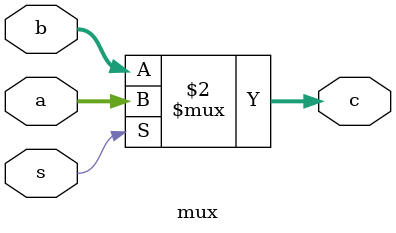
<source format=sv>
module mux(
		a,
		b,
		s,
		
		c
	);

	parameter WIDTH = 32;
	
	input signed [WIDTH-1:0] a;
	input signed [WIDTH-1:0] b;
	input s;

	
	output signed [WIDTH-1:0] c;

	assign c = (s == 1'b1) ? a : b;

endmodule 


</source>
